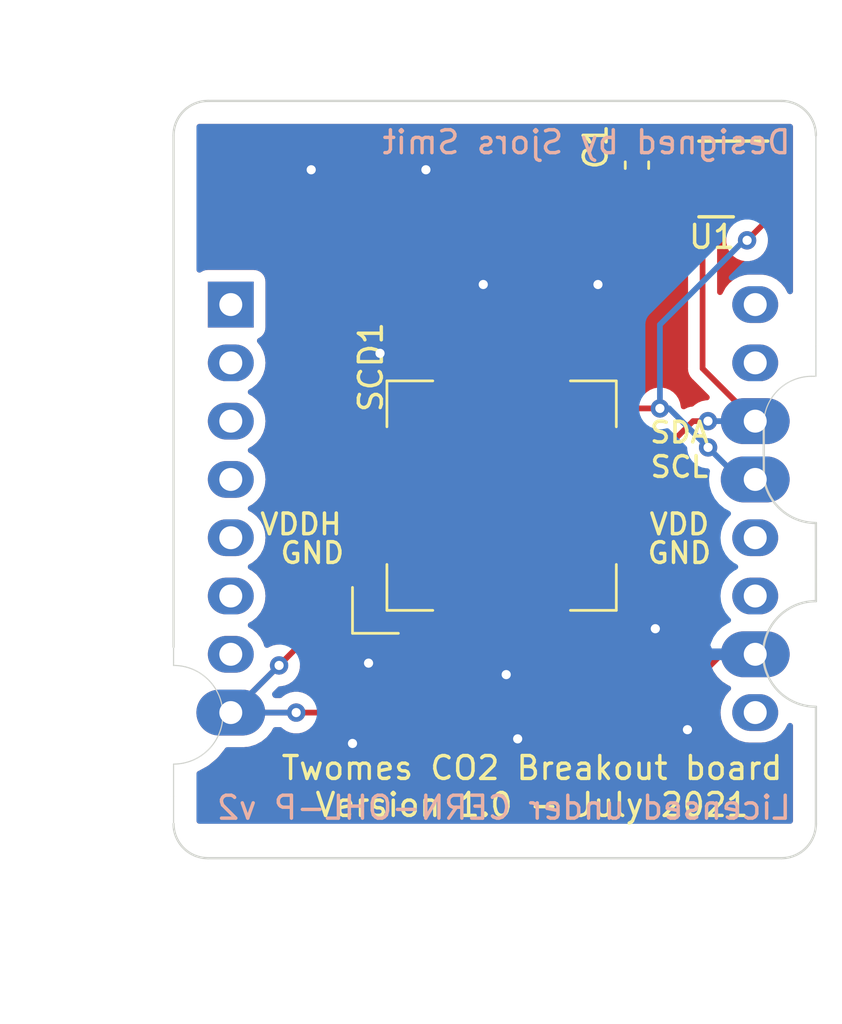
<source format=kicad_pcb>
(kicad_pcb (version 20171130) (host pcbnew "(5.1.7)-1")

  (general
    (thickness 1.6)
    (drawings 25)
    (tracks 71)
    (zones 0)
    (modules 4)
    (nets 19)
  )

  (page A4)
  (layers
    (0 F.Cu signal)
    (31 B.Cu signal)
    (32 B.Adhes user)
    (33 F.Adhes user)
    (34 B.Paste user)
    (35 F.Paste user)
    (36 B.SilkS user)
    (37 F.SilkS user)
    (38 B.Mask user)
    (39 F.Mask user)
    (40 Dwgs.User user)
    (41 Cmts.User user)
    (42 Eco1.User user)
    (43 Eco2.User user)
    (44 Edge.Cuts user)
    (45 Margin user)
    (46 B.CrtYd user)
    (47 F.CrtYd user)
    (48 B.Fab user)
    (49 F.Fab user)
  )

  (setup
    (last_trace_width 0.25)
    (trace_clearance 0.2)
    (zone_clearance 0.508)
    (zone_45_only no)
    (trace_min 0.2)
    (via_size 0.8)
    (via_drill 0.4)
    (via_min_size 0.4)
    (via_min_drill 0.3)
    (uvia_size 0.3)
    (uvia_drill 0.1)
    (uvias_allowed no)
    (uvia_min_size 0.2)
    (uvia_min_drill 0.1)
    (edge_width 0.05)
    (segment_width 0.2)
    (pcb_text_width 0.3)
    (pcb_text_size 1.5 1.5)
    (mod_edge_width 0.12)
    (mod_text_size 1 1)
    (mod_text_width 0.15)
    (pad_size 3 2)
    (pad_drill 1)
    (pad_to_mask_clearance 0)
    (aux_axis_origin 0 0)
    (visible_elements 7FFFFFFF)
    (pcbplotparams
      (layerselection 0x010fc_ffffffff)
      (usegerberextensions true)
      (usegerberattributes false)
      (usegerberadvancedattributes true)
      (creategerberjobfile false)
      (excludeedgelayer true)
      (linewidth 0.100000)
      (plotframeref false)
      (viasonmask false)
      (mode 1)
      (useauxorigin false)
      (hpglpennumber 1)
      (hpglpenspeed 20)
      (hpglpendiameter 15.000000)
      (psnegative false)
      (psa4output false)
      (plotreference true)
      (plotvalue false)
      (plotinvisibletext false)
      (padsonsilk false)
      (subtractmaskfromsilk true)
      (outputformat 1)
      (mirror false)
      (drillshape 0)
      (scaleselection 1)
      (outputdirectory "Output_Files/FABRICATION/GERBER/"))
  )

  (net 0 "")
  (net 1 GND)
  (net 2 +3V3)
  (net 3 /SCL)
  (net 4 /SDA)
  (net 5 "Net-(U2-Pad16)")
  (net 6 "Net-(U2-Pad15)")
  (net 7 "Net-(U2-Pad12)")
  (net 8 "Net-(U2-Pad11)")
  (net 9 "Net-(U2-Pad9)")
  (net 10 "Net-(U2-Pad7)")
  (net 11 "Net-(U2-Pad6)")
  (net 12 "Net-(U2-Pad5)")
  (net 13 "Net-(U2-Pad4)")
  (net 14 "Net-(U2-Pad3)")
  (net 15 "Net-(U2-Pad1)")
  (net 16 "Net-(U2-Pad2)")
  (net 17 "Net-(U1-Pad4)")
  (net 18 "Net-(U1-Pad3)")

  (net_class Default "This is the default net class."
    (clearance 0.2)
    (trace_width 0.25)
    (via_dia 0.8)
    (via_drill 0.4)
    (uvia_dia 0.3)
    (uvia_drill 0.1)
    (add_net +3V3)
    (add_net /SCL)
    (add_net /SDA)
    (add_net GND)
    (add_net "Net-(U1-Pad3)")
    (add_net "Net-(U1-Pad4)")
    (add_net "Net-(U2-Pad1)")
    (add_net "Net-(U2-Pad11)")
    (add_net "Net-(U2-Pad12)")
    (add_net "Net-(U2-Pad15)")
    (add_net "Net-(U2-Pad16)")
    (add_net "Net-(U2-Pad2)")
    (add_net "Net-(U2-Pad3)")
    (add_net "Net-(U2-Pad4)")
    (add_net "Net-(U2-Pad5)")
    (add_net "Net-(U2-Pad6)")
    (add_net "Net-(U2-Pad7)")
    (add_net "Net-(U2-Pad9)")
  )

  (net_class si7051 ""
    (clearance 0.1)
    (trace_width 0.25)
    (via_dia 0.8)
    (via_drill 0.4)
    (uvia_dia 0.3)
    (uvia_drill 0.1)
  )

  (module Capacitor_SMD:C_0603_1608Metric_Pad1.08x0.95mm_HandSolder (layer F.Cu) (tedit 5F68FEEF) (tstamp 60E63E90)
    (at 107.2 88.8 90)
    (descr "Capacitor SMD 0603 (1608 Metric), square (rectangular) end terminal, IPC_7351 nominal with elongated pad for handsoldering. (Body size source: IPC-SM-782 page 76, https://www.pcb-3d.com/wordpress/wp-content/uploads/ipc-sm-782a_amendment_1_and_2.pdf), generated with kicad-footprint-generator")
    (tags "capacitor handsolder")
    (path /60E62657)
    (attr smd)
    (fp_text reference C1 (at 0.8 -1.8 90) (layer F.SilkS)
      (effects (font (size 1 1) (thickness 0.15)))
    )
    (fp_text value C (at 0 1.43 90) (layer F.Fab)
      (effects (font (size 1 1) (thickness 0.15)))
    )
    (fp_line (start -0.8 0.4) (end -0.8 -0.4) (layer F.Fab) (width 0.1))
    (fp_line (start -0.8 -0.4) (end 0.8 -0.4) (layer F.Fab) (width 0.1))
    (fp_line (start 0.8 -0.4) (end 0.8 0.4) (layer F.Fab) (width 0.1))
    (fp_line (start 0.8 0.4) (end -0.8 0.4) (layer F.Fab) (width 0.1))
    (fp_line (start -0.146267 -0.51) (end 0.146267 -0.51) (layer F.SilkS) (width 0.12))
    (fp_line (start -0.146267 0.51) (end 0.146267 0.51) (layer F.SilkS) (width 0.12))
    (fp_line (start -1.65 0.73) (end -1.65 -0.73) (layer F.CrtYd) (width 0.05))
    (fp_line (start -1.65 -0.73) (end 1.65 -0.73) (layer F.CrtYd) (width 0.05))
    (fp_line (start 1.65 -0.73) (end 1.65 0.73) (layer F.CrtYd) (width 0.05))
    (fp_line (start 1.65 0.73) (end -1.65 0.73) (layer F.CrtYd) (width 0.05))
    (fp_text user %R (at 0 0 90) (layer F.Fab)
      (effects (font (size 0.4 0.4) (thickness 0.06)))
    )
    (pad 2 smd roundrect (at 0.8625 0 90) (size 1.075 0.95) (layers F.Cu F.Paste F.Mask) (roundrect_rratio 0.25)
      (net 1 GND))
    (pad 1 smd roundrect (at -0.8625 0 90) (size 1.075 0.95) (layers F.Cu F.Paste F.Mask) (roundrect_rratio 0.25)
      (net 2 +3V3))
    (model ${KISYS3DMOD}/Capacitor_SMD.3dshapes/C_0603_1608Metric.wrl
      (at (xyz 0 0 0))
      (scale (xyz 1 1 1))
      (rotate (xyz 0 0 0))
    )
  )

  (module Package_DFN_QFN:DFN-6-1EP_3x3mm_P0.95mm_EP1.7x2.6mm (layer F.Cu) (tedit 5EA4BCC6) (tstamp 60E6673F)
    (at 111.4 89.4 180)
    (descr "DFN6 3*3 MM, 0.95 PITCH; CASE 506AH-01 (see ON Semiconductor 506AH.PDF)")
    (tags "DFN 0.95")
    (path /60E6356E)
    (clearance 0.15)
    (attr smd)
    (fp_text reference U1 (at 0.925 -2.525) (layer F.SilkS)
      (effects (font (size 1 1) (thickness 0.15)))
    )
    (fp_text value Si7051-A20 (at 0 2.575) (layer F.Fab)
      (effects (font (size 1 1) (thickness 0.15)))
    )
    (fp_line (start 0 -1.65) (end 1.5 -1.65) (layer F.SilkS) (width 0.15))
    (fp_line (start -1.5 1.65) (end 1.5 1.65) (layer F.SilkS) (width 0.15))
    (fp_line (start -1.9 1.85) (end 1.9 1.85) (layer F.CrtYd) (width 0.05))
    (fp_line (start -1.9 -1.85) (end 1.9 -1.85) (layer F.CrtYd) (width 0.05))
    (fp_line (start 1.9 -1.85) (end 1.9 1.85) (layer F.CrtYd) (width 0.05))
    (fp_line (start -1.9 -1.85) (end -1.9 1.85) (layer F.CrtYd) (width 0.05))
    (fp_line (start -1.5 -0.5) (end -0.5 -1.5) (layer F.Fab) (width 0.15))
    (fp_line (start -1.5 1.5) (end -1.5 -0.5) (layer F.Fab) (width 0.15))
    (fp_line (start 1.5 1.5) (end -1.5 1.5) (layer F.Fab) (width 0.15))
    (fp_line (start 1.5 -1.5) (end 1.5 1.5) (layer F.Fab) (width 0.15))
    (fp_line (start -0.5 -1.5) (end 1.5 -1.5) (layer F.Fab) (width 0.15))
    (fp_text user %R (at 0 0) (layer F.Fab)
      (effects (font (size 0.7 0.7) (thickness 0.105)))
    )
    (pad "" smd rect (at -0.425 -0.866 180) (size 0.66 0.73) (layers F.Paste))
    (pad "" smd rect (at 0.425 -0.866 180) (size 0.66 0.73) (layers F.Paste))
    (pad "" smd rect (at -0.425 0 180) (size 0.66 0.73) (layers F.Paste))
    (pad "" smd rect (at 0.425 0 180) (size 0.66 0.73) (layers F.Paste))
    (pad "" smd rect (at 0.425 0.866 180) (size 0.66 0.73) (layers F.Paste))
    (pad 7 smd rect (at 0 0 180) (size 1.7 2.6) (layers F.Cu F.Mask))
    (pad "" smd rect (at -0.425 0.866 180) (size 0.66 0.73) (layers F.Paste))
    (pad 6 smd rect (at 1.34 -0.95 180) (size 0.63 0.45) (layers F.Cu F.Paste F.Mask)
      (net 3 /SCL))
    (pad 5 smd rect (at 1.34 0 180) (size 0.63 0.45) (layers F.Cu F.Paste F.Mask)
      (net 2 +3V3))
    (pad 4 smd rect (at 1.34 0.95 180) (size 0.63 0.45) (layers F.Cu F.Paste F.Mask)
      (net 17 "Net-(U1-Pad4)"))
    (pad 3 smd rect (at -1.34 0.95 180) (size 0.63 0.45) (layers F.Cu F.Paste F.Mask)
      (net 18 "Net-(U1-Pad3)"))
    (pad 2 smd rect (at -1.34 0 180) (size 0.63 0.45) (layers F.Cu F.Paste F.Mask)
      (net 1 GND))
    (pad 1 smd rect (at -1.34 -0.95 180) (size 0.63 0.45) (layers F.Cu F.Paste F.Mask)
      (net 4 /SDA))
    (model ${KISYS3DMOD}/Package_DFN_QFN.3dshapes/DFN-6-1EP_3x3mm_P0.95mm_EP1.7x2.6mm.wrl
      (at (xyz 0 0 0))
      (scale (xyz 1 1 1))
      (rotate (xyz 0 0 0))
    )
  )

  (module Module:WEMOS_D1_mini_light (layer F.Cu) (tedit 60E5BFB8) (tstamp 60E5C2C3)
    (at 89.495001 94.875)
    (descr "16-pin module, column spacing 22.86 mm (900 mils), https://wiki.wemos.cc/products:d1:d1_mini, https://c1.staticflickr.com/1/734/31400410271_f278b087db_z.jpg")
    (tags "ESP8266 WiFi microcontroller")
    (path /60E69B74)
    (fp_text reference U2 (at 23.004999 23.375) (layer F.SilkS) hide
      (effects (font (size 1 1) (thickness 0.15)))
    )
    (fp_text value WeMos_D1_mini (at 11.7 0) (layer F.Fab)
      (effects (font (size 1 1) (thickness 0.15)))
    )
    (fp_line (start -0.37 0) (end -1.37 -1) (layer F.Fab) (width 0.1))
    (fp_line (start -1.37 1) (end -0.37 0) (layer F.Fab) (width 0.1))
    (fp_line (start -1.37 -6.21) (end -1.37 -1) (layer F.Fab) (width 0.1))
    (fp_line (start 1.17 19.09) (end 1.17 25.99) (layer F.Fab) (width 0.1))
    (fp_line (start -1.37 19.09) (end 1.17 19.09) (layer F.Fab) (width 0.1))
    (fp_line (start -1.62 26.24) (end -1.62 -8.46) (layer F.CrtYd) (width 0.05))
    (fp_line (start 24.48 26.24) (end -1.62 26.24) (layer F.CrtYd) (width 0.05))
    (fp_line (start 24.48 -8.41) (end 24.48 26.24) (layer F.CrtYd) (width 0.05))
    (fp_line (start -1.62 -8.46) (end 24.48 -8.46) (layer F.CrtYd) (width 0.05))
    (fp_line (start -1.37 1) (end -1.37 19.09) (layer F.Fab) (width 0.1))
    (fp_line (start 22.23 -8.21) (end 0.63 -8.21) (layer F.Fab) (width 0.1))
    (fp_line (start 24.23 25.99) (end 24.23 -6.21) (layer F.Fab) (width 0.1))
    (fp_line (start 1.17 25.99) (end 24.23 25.99) (layer F.Fab) (width 0.1))
    (fp_arc (start 22.23 -6.21) (end 24.23 -6.19) (angle -90) (layer F.Fab) (width 0.1))
    (fp_arc (start 0.63 -6.21) (end 0.63 -8.21) (angle -90) (layer F.Fab) (width 0.1))
    (fp_text user %R (at 11.43 10) (layer F.Fab)
      (effects (font (size 1 1) (thickness 0.15)))
    )
    (pad 16 thru_hole oval (at 22.86 0) (size 2 1.6) (drill 1) (layers *.Cu *.Mask)
      (net 5 "Net-(U2-Pad16)"))
    (pad 15 thru_hole oval (at 22.86 2.54) (size 2 1.6) (drill 1) (layers *.Cu *.Mask)
      (net 6 "Net-(U2-Pad15)"))
    (pad 14 thru_hole oval (at 22.86 5.08) (size 3 2) (drill 1) (layers *.Cu *.Mask)
      (net 3 /SCL))
    (pad 13 thru_hole oval (at 22.86 7.62) (size 3 2) (drill 1) (layers *.Cu *.Mask)
      (net 4 /SDA))
    (pad 12 thru_hole oval (at 22.86 10.16) (size 2 1.6) (drill 1) (layers *.Cu *.Mask)
      (net 7 "Net-(U2-Pad12)"))
    (pad 11 thru_hole oval (at 22.86 12.7) (size 2 1.6) (drill 1) (layers *.Cu *.Mask)
      (net 8 "Net-(U2-Pad11)"))
    (pad 10 thru_hole oval (at 22.86 15.24) (size 3 2) (drill 1) (layers *.Cu *.Mask)
      (net 1 GND))
    (pad 9 thru_hole oval (at 22.86 17.78) (size 2 1.6) (drill 1) (layers *.Cu *.Mask)
      (net 9 "Net-(U2-Pad9)"))
    (pad 8 thru_hole oval (at 0 17.78) (size 3 2) (drill 1) (layers *.Cu *.Mask)
      (net 2 +3V3))
    (pad 7 thru_hole oval (at 0 15.24) (size 2 1.6) (drill 1) (layers *.Cu *.Mask)
      (net 10 "Net-(U2-Pad7)"))
    (pad 6 thru_hole oval (at 0 12.7) (size 2 1.6) (drill 1) (layers *.Cu *.Mask)
      (net 11 "Net-(U2-Pad6)"))
    (pad 5 thru_hole oval (at 0 10.16) (size 2 1.6) (drill 1) (layers *.Cu *.Mask)
      (net 12 "Net-(U2-Pad5)"))
    (pad 4 thru_hole oval (at 0 7.62) (size 2 1.6) (drill 1) (layers *.Cu *.Mask)
      (net 13 "Net-(U2-Pad4)"))
    (pad 3 thru_hole oval (at 0 5.08) (size 2 1.6) (drill 1) (layers *.Cu *.Mask)
      (net 14 "Net-(U2-Pad3)"))
    (pad 1 thru_hole rect (at 0 0) (size 2 2) (drill 1) (layers *.Cu *.Mask)
      (net 15 "Net-(U2-Pad1)"))
    (pad 2 thru_hole oval (at 0 2.54) (size 2 1.6) (drill 1) (layers *.Cu *.Mask)
      (net 16 "Net-(U2-Pad2)"))
    (model ${KISYS3DMOD}/Module.3dshapes/WEMOS_D1_mini_light.wrl
      (at (xyz 0 0 0))
      (scale (xyz 1 1 1))
      (rotate (xyz 0 0 0))
    )
    (model ${KISYS3DMOD}/Connector_PinHeader_2.54mm.3dshapes/PinHeader_1x08_P2.54mm_Vertical.wrl
      (offset (xyz 0 0 9.5))
      (scale (xyz 1 1 1))
      (rotate (xyz 0 -180 0))
    )
    (model ${KISYS3DMOD}/Connector_PinHeader_2.54mm.3dshapes/PinHeader_1x08_P2.54mm_Vertical.wrl
      (offset (xyz 22.86 0 9.5))
      (scale (xyz 1 1 1))
      (rotate (xyz 0 -180 0))
    )
    (model ${KISYS3DMOD}/Connector_PinSocket_2.54mm.3dshapes/PinSocket_1x08_P2.54mm_Vertical.wrl
      (at (xyz 0 0 0))
      (scale (xyz 1 1 1))
      (rotate (xyz 0 0 0))
    )
    (model ${KISYS3DMOD}/Connector_PinSocket_2.54mm.3dshapes/PinSocket_1x08_P2.54mm_Vertical.wrl
      (offset (xyz 22.86 0 0))
      (scale (xyz 1 1 1))
      (rotate (xyz 0 0 0))
    )
  )

  (module TwomesSensor_KiCad:SCD41_LongPads (layer F.Cu) (tedit 60E567F7) (tstamp 60E66431)
    (at 98.8 107.2 90)
    (path /60E8A08E)
    (fp_text reference SCD1 (at 9.6 -3.2 90) (layer F.SilkS)
      (effects (font (size 1 1) (thickness 0.15)))
    )
    (fp_text value SCD41 (at -16.5 5.8 90) (layer F.Fab)
      (effects (font (size 1 1) (thickness 0.15)))
    )
    (fp_line (start -1 -2.5) (end 1 -2.5) (layer F.SilkS) (width 0.12))
    (fp_line (start 9 -2.5) (end 7 -2.5) (layer F.SilkS) (width 0.12))
    (fp_line (start -1 7.5) (end 1 7.5) (layer F.SilkS) (width 0.12))
    (fp_line (start 9 7.5) (end 7 7.5) (layer F.SilkS) (width 0.12))
    (fp_line (start 9 7.5) (end 9 5.5) (layer F.SilkS) (width 0.12))
    (fp_line (start 9 -2.5) (end 9 -0.5) (layer F.SilkS) (width 0.12))
    (fp_line (start -1 -2.5) (end -1 -0.5) (layer F.SilkS) (width 0.12))
    (fp_line (start -1 7.5) (end -1 5.5) (layer F.SilkS) (width 0.12))
    (fp_line (start 0 -4) (end -2 -4) (layer F.SilkS) (width 0.12))
    (fp_line (start -2 -4) (end -2 -2) (layer F.SilkS) (width 0.12))
    (fp_text user VDDH (at 2.75 -6.25) (layer F.SilkS)
      (effects (font (size 0.9 0.9) (thickness 0.153)))
    )
    (fp_text user GND (at 1.5 -5.75) (layer F.SilkS)
      (effects (font (size 0.9 0.9) (thickness 0.153)))
    )
    (fp_text user SDA (at 6.75 10.25) (layer F.SilkS)
      (effects (font (size 0.9 0.9) (thickness 0.153)))
    )
    (fp_text user SCL (at 5.25 10.25) (layer F.SilkS)
      (effects (font (size 0.9 0.9) (thickness 0.153)))
    )
    (fp_text user VDD (at 2.75 10.25) (layer F.SilkS)
      (effects (font (size 0.9 0.9) (thickness 0.153)))
    )
    (fp_text user GND (at 1.5 10.25) (layer F.SilkS)
      (effects (font (size 0.9 0.9) (thickness 0.153)))
    )
    (pad 21 smd rect (at 2.65 3.85 180) (size 2.4 2.4) (layers F.Cu F.Paste F.Mask)
      (net 1 GND))
    (pad 21 smd rect (at 5.35 3.85 180) (size 2.4 2.4) (layers F.Cu F.Paste F.Mask)
      (net 1 GND))
    (pad 21 smd rect (at 5.35 1.15 180) (size 2.4 2.4) (layers F.Cu F.Paste F.Mask)
      (net 1 GND))
    (pad 1 smd rect (at -0.7 0 90) (size 3 0.8) (layers F.Cu F.Paste F.Mask))
    (pad 2 smd rect (at -0.7 1.25 90) (size 3 0.8) (layers F.Cu F.Paste F.Mask))
    (pad 3 smd rect (at -0.7 2.5 90) (size 3 0.8) (layers F.Cu F.Paste F.Mask))
    (pad 4 smd rect (at -0.7 3.75 90) (size 3 0.8) (layers F.Cu F.Paste F.Mask))
    (pad 5 smd rect (at -0.7 5 90) (size 3 0.8) (layers F.Cu F.Paste F.Mask))
    (pad 11 smd rect (at 8.7 5 90) (size 3 0.8) (layers F.Cu F.Paste F.Mask))
    (pad 16 smd rect (at 6.5 -2.2 180) (size 3 0.8) (layers F.Cu F.Paste F.Mask))
    (pad 6 smd rect (at 1.5 7.2 180) (size 3 0.8) (layers F.Cu F.Paste F.Mask)
      (net 1 GND))
    (pad 7 smd rect (at 2.75 7.2 180) (size 3 0.8) (layers F.Cu F.Paste F.Mask)
      (net 2 +3V3))
    (pad 8 smd rect (at 4 7.2 180) (size 3 0.8) (layers F.Cu F.Paste F.Mask))
    (pad 9 smd rect (at 5.25 7.2 180) (size 3 0.8) (layers F.Cu F.Paste F.Mask)
      (net 3 /SCL))
    (pad 10 smd rect (at 6.5 7.2 180) (size 3 0.8) (layers F.Cu F.Paste F.Mask)
      (net 4 /SDA))
    (pad 12 smd rect (at 8.7 3.75 90) (size 3 0.8) (layers F.Cu F.Paste F.Mask))
    (pad 13 smd rect (at 8.7 2.5 90) (size 3 0.8) (layers F.Cu F.Paste F.Mask))
    (pad 14 smd rect (at 8.7 1.25 90) (size 3 0.8) (layers F.Cu F.Paste F.Mask))
    (pad 15 smd rect (at 8.7 0 90) (size 3 0.8) (layers F.Cu F.Paste F.Mask))
    (pad 17 smd rect (at 5.25 -2.2 180) (size 3 0.8) (layers F.Cu F.Paste F.Mask))
    (pad 18 smd rect (at 4 -2.2 180) (size 3 0.8) (layers F.Cu F.Paste F.Mask))
    (pad 19 smd rect (at 2.75 -2.2 180) (size 3 0.8) (layers F.Cu F.Paste F.Mask)
      (net 2 +3V3))
    (pad 20 smd rect (at 1.5 -2.2 180) (size 3 0.8) (layers F.Cu F.Paste F.Mask)
      (net 1 GND))
    (pad 21 smd rect (at 2.65 1.15 180) (size 2.4 2.4) (layers F.Cu F.Paste F.Mask)
      (net 1 GND))
  )

  (dimension 33 (width 0.15) (layer Dwgs.User)
    (gr_text "33.000 mm" (at 83.1 102.5 270) (layer Dwgs.User)
      (effects (font (size 1 1) (thickness 0.15)))
    )
    (feature1 (pts (xy 88.086299 119) (xy 83.813579 119)))
    (feature2 (pts (xy 88.086299 86) (xy 83.813579 86)))
    (crossbar (pts (xy 84.4 86) (xy 84.4 119)))
    (arrow1a (pts (xy 84.4 119) (xy 83.813579 117.873496)))
    (arrow1b (pts (xy 84.4 119) (xy 84.986421 117.873496)))
    (arrow2a (pts (xy 84.4 86) (xy 83.813579 87.126504)))
    (arrow2b (pts (xy 84.4 86) (xy 84.986421 87.126504)))
  )
  (dimension 28 (width 0.15) (layer Dwgs.User)
    (gr_text "28.000 mm" (at 101 82.3) (layer Dwgs.User)
      (effects (font (size 1 1) (thickness 0.15)))
    )
    (feature1 (pts (xy 87 87.5) (xy 87 83.013579)))
    (feature2 (pts (xy 115 87.5) (xy 115 83.013579)))
    (crossbar (pts (xy 115 83.6) (xy 87 83.6)))
    (arrow1a (pts (xy 87 83.6) (xy 88.126504 83.013579)))
    (arrow1b (pts (xy 87 83.6) (xy 88.126504 84.186421)))
    (arrow2a (pts (xy 115 83.6) (xy 113.873496 83.013579)))
    (arrow2b (pts (xy 115 83.6) (xy 113.873496 84.186421)))
  )
  (gr_line (start 87 116.300096) (end 87 114.9) (layer Edge.Cuts) (width 0.05))
  (gr_line (start 87 109.800096) (end 87 110.6) (layer Edge.Cuts) (width 0.05))
  (gr_line (start 115 112.4) (end 115 117.5) (layer Edge.Cuts) (width 0.1) (tstamp 60E63698))
  (gr_line (start 114.9988 104.390847) (end 115 107.8) (layer Edge.Cuts) (width 0.1))
  (gr_line (start 112.725 100.125) (end 112.73 102.42) (layer Edge.Cuts) (width 0.1))
  (gr_arc (start 115 102.098143) (end 112.73 102.42) (angle -81.9) (layer Edge.Cuts) (width 0.1) (tstamp 60E6365C))
  (gr_line (start 115 98) (end 114.8 98) (layer Edge.Cuts) (width 0.05) (tstamp 60E6367D))
  (gr_line (start 115 98) (end 115 96.675) (layer Edge.Cuts) (width 0.05) (tstamp 60E6367C))
  (gr_arc (start 114.825 100.1) (end 114.8 98) (angle -90) (layer Edge.Cuts) (width 0.05) (tstamp 60E6365C))
  (gr_text "Licensed under CERN-OHL-P v2" (at 101.4 116.8) (layer B.SilkS)
    (effects (font (size 1 1) (thickness 0.15)) (justify mirror))
  )
  (gr_text "Designed by Sjors Smit" (at 105 87.8) (layer B.SilkS)
    (effects (font (size 1 1) (thickness 0.15)) (justify mirror))
  )
  (gr_text "Twomes CO2 Breakout board\nVersion 1.0 - July 2021" (at 102.625 115.875) (layer F.SilkS)
    (effects (font (size 1 1) (thickness 0.15)))
  )
  (gr_line (start 87 117.5) (end 87 116.300096) (layer Edge.Cuts) (width 0.05) (tstamp 60E632A3))
  (gr_arc (start 87 112.75) (end 87 110.6) (angle 180) (layer Edge.Cuts) (width 0.05) (tstamp 60E6329A))
  (gr_line (start 115 96.675) (end 115 87.5) (layer Edge.Cuts) (width 0.05) (tstamp 60E6310D))
  (gr_arc (start 115 110.1) (end 115 107.8) (angle -180) (layer Edge.Cuts) (width 0.1))
  (gr_arc (start 113.5 117.5) (end 113.5 119) (angle -90) (layer Edge.Cuts) (width 0.1))
  (gr_arc (start 88.5 117.5) (end 87 117.5) (angle -90) (layer Edge.Cuts) (width 0.1))
  (gr_arc (start 88.5 87.5) (end 88.5 86) (angle -90) (layer Edge.Cuts) (width 0.1))
  (gr_arc (start 113.5 87.5) (end 115 87.5) (angle -90) (layer Edge.Cuts) (width 0.1))
  (gr_line (start 88.5 86) (end 113.5 86) (layer Edge.Cuts) (width 0.1))
  (gr_line (start 87 109.800096) (end 87 87.5) (layer Edge.Cuts) (width 0.1))
  (gr_line (start 113.5 119) (end 88.5 119) (layer Edge.Cuts) (width 0.1))

  (segment (start 104.2 105.7) (end 103.05 104.55) (width 0.25) (layer F.Cu) (net 1))
  (segment (start 106.4 105.7) (end 104.2 105.7) (width 0.25) (layer F.Cu) (net 1))
  (segment (start 99.2 105.7) (end 97 105.7) (width 0.25) (layer F.Cu) (net 1))
  (segment (start 100.35 104.55) (end 99.2 105.7) (width 0.25) (layer F.Cu) (net 1))
  (via (at 93 89) (size 0.8) (drill 0.4) (layers F.Cu B.Cu) (net 1) (tstamp 60E5CF9A))
  (via (at 98 89) (size 0.8) (drill 0.4) (layers F.Cu B.Cu) (net 1) (tstamp 60E5CF9C))
  (via (at 100.5 94) (size 0.8) (drill 0.4) (layers F.Cu B.Cu) (net 1) (tstamp 60E5CFA4))
  (via (at 105.5 94) (size 0.8) (drill 0.4) (layers F.Cu B.Cu) (net 1) (tstamp 60E5CFA6))
  (via (at 108 109) (size 0.8) (drill 0.4) (layers F.Cu B.Cu) (net 1) (tstamp 60E5CFBC))
  (via (at 101.5 111) (size 0.8) (drill 0.4) (layers F.Cu B.Cu) (net 1) (tstamp 60E5CFC0))
  (via (at 95.5 110.5) (size 0.8) (drill 0.4) (layers F.Cu B.Cu) (net 1) (tstamp 60E5CFC2))
  (via (at 96 97) (size 0.8) (drill 0.4) (layers F.Cu B.Cu) (net 1))
  (via (at 109.4 113.4) (size 0.8) (drill 0.4) (layers F.Cu B.Cu) (net 1))
  (via (at 102 113.8) (size 0.8) (drill 0.4) (layers F.Cu B.Cu) (net 1))
  (via (at 94.8 114) (size 0.8) (drill 0.4) (layers F.Cu B.Cu) (net 1))
  (segment (start 112.74 89.4) (end 113.4 89.4) (width 0.25) (layer F.Cu) (net 1))
  (segment (start 112.322517 110.115) (end 112.322574 110.113642) (width 0.25) (layer F.Cu) (net 1))
  (segment (start 110.885 110.115) (end 112.322517 110.115) (width 0.25) (layer F.Cu) (net 1))
  (segment (start 110.2 110.8) (end 110.885 110.115) (width 0.25) (layer F.Cu) (net 1))
  (segment (start 110.2 112.2) (end 110.2 110.8) (width 0.25) (layer F.Cu) (net 1))
  (segment (start 109.4 113) (end 110.2 112.2) (width 0.25) (layer F.Cu) (net 1))
  (segment (start 109.4 113.4) (end 109.4 113) (width 0.25) (layer F.Cu) (net 1))
  (segment (start 93.2 107.2) (end 93.2 106.2) (width 0.25) (layer F.Cu) (net 2))
  (segment (start 94.95 104.45) (end 97 104.45) (width 0.25) (layer F.Cu) (net 2))
  (segment (start 93.2 106.2) (end 94.95 104.45) (width 0.25) (layer F.Cu) (net 2))
  (segment (start 107.745 112.655) (end 109.6 110.8) (width 0.25) (layer F.Cu) (net 2))
  (segment (start 108.15 104.45) (end 106.4 104.45) (width 0.25) (layer F.Cu) (net 2))
  (segment (start 109.6 105.9) (end 108.15 104.45) (width 0.25) (layer F.Cu) (net 2))
  (segment (start 109.6 110.8) (end 109.6 105.9) (width 0.25) (layer F.Cu) (net 2))
  (segment (start 89.601089 112.59891) (end 89.599516 112.586459) (width 0.25) (layer F.Cu) (net 2))
  (segment (start 93.2 109) (end 91.599999 110.599999) (width 0.25) (layer F.Cu) (net 2))
  (segment (start 93.2 107.2) (end 93.2 109) (width 0.25) (layer F.Cu) (net 2))
  (segment (start 89.600687 112.655) (end 89.599947 112.646187) (width 0.25) (layer F.Cu) (net 2))
  (segment (start 107.745 112.655) (end 92.345 112.655) (width 0.25) (layer F.Cu) (net 2))
  (segment (start 110.06 89.4) (end 109.495 89.4) (width 0.25) (layer F.Cu) (net 2))
  (segment (start 109.495 89.4) (end 100 89.4) (width 0.25) (layer F.Cu) (net 2))
  (segment (start 93.2 96.2) (end 93.6 95.8) (width 0.25) (layer F.Cu) (net 2))
  (segment (start 93.2 106.2) (end 93.2 96.2) (width 0.25) (layer F.Cu) (net 2))
  (segment (start 93.6 95.8) (end 93.4 96) (width 0.25) (layer F.Cu) (net 2))
  (segment (start 100 89.4) (end 93.6 95.8) (width 0.25) (layer F.Cu) (net 2))
  (segment (start 107.4625 89.4) (end 107.2 89.6625) (width 0.25) (layer F.Cu) (net 2))
  (segment (start 110.06 89.4) (end 107.4625 89.4) (width 0.25) (layer F.Cu) (net 2))
  (segment (start 92.345 112.655) (end 89.600687 112.655) (width 0.25) (layer F.Cu) (net 2) (tstamp 618EAAC9))
  (via (at 92.345 112.655) (size 0.8) (drill 0.4) (layers F.Cu B.Cu) (net 2))
  (segment (start 91.599999 110.599999) (end 89.601089 112.59891) (width 0.25) (layer F.Cu) (net 2) (tstamp 618EAACB))
  (via (at 91.599999 110.599999) (size 0.8) (drill 0.4) (layers F.Cu B.Cu) (net 2))
  (segment (start 89.544998 112.655) (end 91.599999 110.599999) (width 0.25) (layer B.Cu) (net 2))
  (segment (start 92.345 112.655) (end 89.544998 112.655) (width 0.25) (layer B.Cu) (net 2))
  (segment (start 110.06 97.659999) (end 112.355001 99.955) (width 0.25) (layer F.Cu) (net 3))
  (segment (start 110.06 90.35) (end 110.06 97.659999) (width 0.25) (layer F.Cu) (net 3))
  (segment (start 106 101.95) (end 107.65 101.95) (width 0.25) (layer F.Cu) (net 3))
  (segment (start 109.645 99.955) (end 110.295 99.955) (width 0.25) (layer F.Cu) (net 3))
  (segment (start 107.65 101.95) (end 109.645 99.955) (width 0.25) (layer F.Cu) (net 3))
  (via (at 110.295 99.955) (size 0.8) (drill 0.4) (layers F.Cu B.Cu) (net 3))
  (segment (start 110.295 99.955) (end 112.355001 99.955) (width 0.25) (layer B.Cu) (net 3))
  (segment (start 108.6 99.4) (end 108.2 99.4) (width 0.25) (layer B.Cu) (net 4))
  (segment (start 108.2 99.4) (end 108.2 99.4) (width 0.25) (layer B.Cu) (net 4) (tstamp 60E5CC0D))
  (via (at 108.2 99.4) (size 0.8) (drill 0.4) (layers F.Cu B.Cu) (net 4))
  (segment (start 106.2 100.5) (end 106.4 100.7) (width 0.25) (layer F.Cu) (net 4))
  (segment (start 108.2 99.4) (end 106.6 99.4) (width 0.25) (layer F.Cu) (net 4))
  (segment (start 106 100) (end 106 100.7) (width 0.25) (layer F.Cu) (net 4))
  (segment (start 106.6 99.4) (end 106 100) (width 0.25) (layer F.Cu) (net 4))
  (via (at 112 92.075) (size 0.8) (drill 0.4) (layers F.Cu B.Cu) (net 4))
  (segment (start 108.2 95.75) (end 108.2 99.4) (width 0.25) (layer B.Cu) (net 4))
  (segment (start 111.875 92.075) (end 108.2 95.75) (width 0.25) (layer B.Cu) (net 4))
  (segment (start 112.74 91.335) (end 112.74 90.35) (width 0.25) (layer F.Cu) (net 4))
  (segment (start 112 92.075) (end 112.74 91.335) (width 0.25) (layer F.Cu) (net 4))
  (segment (start 110.3 101.1) (end 108.6 99.4) (width 0.25) (layer B.Cu) (net 4) (tstamp 60E64462))
  (via (at 110.3 101.1) (size 0.8) (drill 0.4) (layers F.Cu B.Cu) (net 4))
  (segment (start 111.695 102.495) (end 112.355001 102.495) (width 0.25) (layer B.Cu) (net 4))
  (segment (start 110.3 101.1) (end 111.695 102.495) (width 0.25) (layer B.Cu) (net 4))

  (zone (net 1) (net_name GND) (layer B.Cu) (tstamp 60E641EF) (hatch edge 0.508)
    (connect_pads (clearance 0.508))
    (min_thickness 0.254)
    (fill yes (arc_segments 32) (thermal_gap 0.508) (thermal_bridge_width 0.508))
    (polygon
      (pts
        (xy 114 117.5) (xy 88 117.5) (xy 88 87) (xy 114 87)
      )
    )
    (filled_polygon
      (pts
        (xy 113.873 94.296657) (xy 113.753933 94.073899) (xy 113.574609 93.855392) (xy 113.356102 93.676068) (xy 113.106809 93.542818)
        (xy 112.83631 93.460764) (xy 112.625493 93.44) (xy 112.084509 93.44) (xy 111.873692 93.460764) (xy 111.603193 93.542818)
        (xy 111.3539 93.676068) (xy 111.32509 93.699712) (xy 111.914802 93.11) (xy 112.101939 93.11) (xy 112.301898 93.070226)
        (xy 112.490256 92.992205) (xy 112.659774 92.878937) (xy 112.803937 92.734774) (xy 112.917205 92.565256) (xy 112.995226 92.376898)
        (xy 113.035 92.176939) (xy 113.035 91.973061) (xy 112.995226 91.773102) (xy 112.917205 91.584744) (xy 112.803937 91.415226)
        (xy 112.659774 91.271063) (xy 112.490256 91.157795) (xy 112.301898 91.079774) (xy 112.101939 91.04) (xy 111.898061 91.04)
        (xy 111.698102 91.079774) (xy 111.509744 91.157795) (xy 111.340226 91.271063) (xy 111.196063 91.415226) (xy 111.082795 91.584744)
        (xy 111.004774 91.773102) (xy 110.980609 91.894589) (xy 107.689003 95.186196) (xy 107.659999 95.209999) (xy 107.604871 95.277174)
        (xy 107.565026 95.325724) (xy 107.510995 95.426808) (xy 107.494454 95.457754) (xy 107.450997 95.601015) (xy 107.44 95.712668)
        (xy 107.44 95.712678) (xy 107.436324 95.75) (xy 107.44 95.787323) (xy 107.440001 98.696288) (xy 107.396063 98.740226)
        (xy 107.282795 98.909744) (xy 107.204774 99.098102) (xy 107.165 99.298061) (xy 107.165 99.501939) (xy 107.204774 99.701898)
        (xy 107.282795 99.890256) (xy 107.396063 100.059774) (xy 107.540226 100.203937) (xy 107.709744 100.317205) (xy 107.898102 100.395226)
        (xy 108.098061 100.435) (xy 108.301939 100.435) (xy 108.501898 100.395226) (xy 108.514998 100.3898) (xy 109.265 101.139802)
        (xy 109.265 101.201939) (xy 109.304774 101.401898) (xy 109.382795 101.590256) (xy 109.496063 101.759774) (xy 109.640226 101.903937)
        (xy 109.809744 102.017205) (xy 109.998102 102.095226) (xy 110.198061 102.135) (xy 110.255635 102.135) (xy 110.243658 102.174484)
        (xy 110.21209 102.495) (xy 110.243658 102.815516) (xy 110.337149 103.123715) (xy 110.48897 103.407752) (xy 110.693287 103.656714)
        (xy 110.942249 103.861031) (xy 111.173117 103.984433) (xy 111.135393 104.015392) (xy 110.956069 104.233899) (xy 110.822819 104.483192)
        (xy 110.740765 104.753691) (xy 110.713058 105.035) (xy 110.740765 105.316309) (xy 110.822819 105.586808) (xy 110.956069 105.836101)
        (xy 111.135393 106.054608) (xy 111.3539 106.233932) (xy 111.486859 106.305) (xy 111.3539 106.376068) (xy 111.135393 106.555392)
        (xy 110.956069 106.773899) (xy 110.822819 107.023192) (xy 110.740765 107.293691) (xy 110.713058 107.575) (xy 110.740765 107.856309)
        (xy 110.822819 108.126808) (xy 110.956069 108.376101) (xy 111.135393 108.594608) (xy 111.176118 108.628031) (xy 111.111981 108.653058)
        (xy 110.841047 108.826105) (xy 110.609079 109.048683) (xy 110.424991 109.312239) (xy 110.295857 109.606645) (xy 110.264877 109.734566)
        (xy 110.384224 109.988) (xy 112.023879 109.988) (xy 112.017875 110.053974) (xy 112.018309 110.116058) (xy 112.017875 110.178141)
        (xy 112.018809 110.187659) (xy 112.02452 110.242) (xy 110.384224 110.242) (xy 110.264877 110.495434) (xy 110.295857 110.623355)
        (xy 110.424991 110.917761) (xy 110.609079 111.181317) (xy 110.841047 111.403895) (xy 111.111981 111.576942) (xy 111.176118 111.601969)
        (xy 111.135393 111.635392) (xy 110.956069 111.853899) (xy 110.822819 112.103192) (xy 110.740765 112.373691) (xy 110.713058 112.655)
        (xy 110.740765 112.936309) (xy 110.822819 113.206808) (xy 110.956069 113.456101) (xy 111.135393 113.674608) (xy 111.3539 113.853932)
        (xy 111.603193 113.987182) (xy 111.873692 114.069236) (xy 112.084509 114.09) (xy 112.625493 114.09) (xy 112.83631 114.069236)
        (xy 113.106809 113.987182) (xy 113.356102 113.853932) (xy 113.574609 113.674608) (xy 113.753933 113.456101) (xy 113.873 113.233343)
        (xy 113.873 117.373) (xy 88.127 117.373) (xy 88.127 115.32118) (xy 88.156826 115.308887) (xy 88.164932 115.304503)
        (xy 88.532637 115.102356) (xy 88.582 115.068557) (xy 88.631819 115.035457) (xy 88.638919 115.029583) (xy 88.960356 114.759865)
        (xy 89.0022 114.717135) (xy 89.044655 114.674976) (xy 89.050479 114.667835) (xy 89.313406 114.34082) (xy 89.346166 114.290757)
        (xy 89.346677 114.29) (xy 90.075323 114.29) (xy 90.315517 114.266343) (xy 90.623716 114.172852) (xy 90.907753 114.021031)
        (xy 91.156715 113.816714) (xy 91.361032 113.567752) (xy 91.44268 113.415) (xy 91.641289 113.415) (xy 91.685226 113.458937)
        (xy 91.854744 113.572205) (xy 92.043102 113.650226) (xy 92.243061 113.69) (xy 92.446939 113.69) (xy 92.646898 113.650226)
        (xy 92.835256 113.572205) (xy 93.004774 113.458937) (xy 93.148937 113.314774) (xy 93.262205 113.145256) (xy 93.340226 112.956898)
        (xy 93.38 112.756939) (xy 93.38 112.553061) (xy 93.340226 112.353102) (xy 93.262205 112.164744) (xy 93.148937 111.995226)
        (xy 93.004774 111.851063) (xy 92.835256 111.737795) (xy 92.646898 111.659774) (xy 92.446939 111.62) (xy 92.243061 111.62)
        (xy 92.043102 111.659774) (xy 91.854744 111.737795) (xy 91.685226 111.851063) (xy 91.641289 111.895) (xy 91.44268 111.895)
        (xy 91.420777 111.854023) (xy 91.639801 111.634999) (xy 91.701938 111.634999) (xy 91.901897 111.595225) (xy 92.090255 111.517204)
        (xy 92.259773 111.403936) (xy 92.403936 111.259773) (xy 92.517204 111.090255) (xy 92.595225 110.901897) (xy 92.634999 110.701938)
        (xy 92.634999 110.49806) (xy 92.595225 110.298101) (xy 92.517204 110.109743) (xy 92.403936 109.940225) (xy 92.259773 109.796062)
        (xy 92.090255 109.682794) (xy 91.901897 109.604773) (xy 91.701938 109.564999) (xy 91.49806 109.564999) (xy 91.298101 109.604773)
        (xy 91.109743 109.682794) (xy 91.071263 109.708506) (xy 91.027183 109.563192) (xy 90.893933 109.313899) (xy 90.714609 109.095392)
        (xy 90.496102 108.916068) (xy 90.363143 108.845) (xy 90.496102 108.773932) (xy 90.714609 108.594608) (xy 90.893933 108.376101)
        (xy 91.027183 108.126808) (xy 91.109237 107.856309) (xy 91.136944 107.575) (xy 91.109237 107.293691) (xy 91.027183 107.023192)
        (xy 90.893933 106.773899) (xy 90.714609 106.555392) (xy 90.496102 106.376068) (xy 90.363143 106.305) (xy 90.496102 106.233932)
        (xy 90.714609 106.054608) (xy 90.893933 105.836101) (xy 91.027183 105.586808) (xy 91.109237 105.316309) (xy 91.136944 105.035)
        (xy 91.109237 104.753691) (xy 91.027183 104.483192) (xy 90.893933 104.233899) (xy 90.714609 104.015392) (xy 90.496102 103.836068)
        (xy 90.363143 103.765) (xy 90.496102 103.693932) (xy 90.714609 103.514608) (xy 90.893933 103.296101) (xy 91.027183 103.046808)
        (xy 91.109237 102.776309) (xy 91.136944 102.495) (xy 91.109237 102.213691) (xy 91.027183 101.943192) (xy 90.893933 101.693899)
        (xy 90.714609 101.475392) (xy 90.496102 101.296068) (xy 90.363143 101.225) (xy 90.496102 101.153932) (xy 90.714609 100.974608)
        (xy 90.893933 100.756101) (xy 91.027183 100.506808) (xy 91.109237 100.236309) (xy 91.136944 99.955) (xy 91.109237 99.673691)
        (xy 91.027183 99.403192) (xy 90.893933 99.153899) (xy 90.714609 98.935392) (xy 90.496102 98.756068) (xy 90.363143 98.685)
        (xy 90.496102 98.613932) (xy 90.714609 98.434608) (xy 90.893933 98.216101) (xy 91.027183 97.966808) (xy 91.109237 97.696309)
        (xy 91.136944 97.415) (xy 91.109237 97.133691) (xy 91.027183 96.863192) (xy 90.893933 96.613899) (xy 90.761525 96.452559)
        (xy 90.849495 96.405537) (xy 90.946186 96.326185) (xy 91.025538 96.229494) (xy 91.084503 96.11918) (xy 91.120813 95.999482)
        (xy 91.133073 95.875) (xy 91.133073 93.875) (xy 91.120813 93.750518) (xy 91.084503 93.63082) (xy 91.025538 93.520506)
        (xy 90.946186 93.423815) (xy 90.849495 93.344463) (xy 90.739181 93.285498) (xy 90.619483 93.249188) (xy 90.495001 93.236928)
        (xy 88.495001 93.236928) (xy 88.370519 93.249188) (xy 88.250821 93.285498) (xy 88.140507 93.344463) (xy 88.127 93.355548)
        (xy 88.127 87.127) (xy 113.873 87.127)
      )
    )
  )
  (zone (net 1) (net_name GND) (layer F.Cu) (tstamp 60E641EC) (hatch edge 0.508)
    (connect_pads (clearance 0.508))
    (min_thickness 0.254)
    (fill yes (arc_segments 32) (thermal_gap 0.508) (thermal_bridge_width 0.508))
    (polygon
      (pts
        (xy 114 117.5) (xy 88 117.5) (xy 88 87) (xy 114 87)
      )
    )
    (filled_polygon
      (pts
        (xy 110.424991 110.917761) (xy 110.609079 111.181317) (xy 110.841047 111.403895) (xy 111.111981 111.576942) (xy 111.176118 111.601969)
        (xy 111.135393 111.635392) (xy 110.956069 111.853899) (xy 110.822819 112.103192) (xy 110.740765 112.373691) (xy 110.713058 112.655)
        (xy 110.740765 112.936309) (xy 110.822819 113.206808) (xy 110.956069 113.456101) (xy 111.135393 113.674608) (xy 111.3539 113.853932)
        (xy 111.603193 113.987182) (xy 111.873692 114.069236) (xy 112.084509 114.09) (xy 112.625493 114.09) (xy 112.83631 114.069236)
        (xy 113.106809 113.987182) (xy 113.356102 113.853932) (xy 113.574609 113.674608) (xy 113.753933 113.456101) (xy 113.873 113.233343)
        (xy 113.873 117.373) (xy 88.127 117.373) (xy 88.127 115.32118) (xy 88.156826 115.308887) (xy 88.164932 115.304503)
        (xy 88.532637 115.102356) (xy 88.582 115.068557) (xy 88.631819 115.035457) (xy 88.638919 115.029583) (xy 88.960356 114.759865)
        (xy 89.0022 114.717135) (xy 89.044655 114.674976) (xy 89.050479 114.667835) (xy 89.313406 114.34082) (xy 89.346166 114.290757)
        (xy 89.346677 114.29) (xy 90.075323 114.29) (xy 90.315517 114.266343) (xy 90.623716 114.172852) (xy 90.907753 114.021031)
        (xy 91.156715 113.816714) (xy 91.361032 113.567752) (xy 91.44268 113.415) (xy 91.641289 113.415) (xy 91.685226 113.458937)
        (xy 91.854744 113.572205) (xy 92.043102 113.650226) (xy 92.243061 113.69) (xy 92.446939 113.69) (xy 92.646898 113.650226)
        (xy 92.835256 113.572205) (xy 93.004774 113.458937) (xy 93.048711 113.415) (xy 107.707678 113.415) (xy 107.745 113.418676)
        (xy 107.782322 113.415) (xy 107.782333 113.415) (xy 107.893986 113.404003) (xy 108.037247 113.360546) (xy 108.169276 113.289974)
        (xy 108.285001 113.195001) (xy 108.308804 113.165997) (xy 110.111004 111.363798) (xy 110.140001 111.340001) (xy 110.234974 111.224276)
        (xy 110.305546 111.092247) (xy 110.349003 110.948986) (xy 110.36 110.837333) (xy 110.36 110.837324) (xy 110.363676 110.800001)
        (xy 110.360878 110.771593)
      )
    )
    (filled_polygon
      (pts
        (xy 108.840001 106.214803) (xy 108.84 110.485198) (xy 107.430199 111.895) (xy 93.048711 111.895) (xy 93.004774 111.851063)
        (xy 92.835256 111.737795) (xy 92.646898 111.659774) (xy 92.446939 111.62) (xy 92.243061 111.62) (xy 92.043102 111.659774)
        (xy 91.854744 111.737795) (xy 91.685226 111.851063) (xy 91.641289 111.895) (xy 91.44268 111.895) (xy 91.420777 111.854023)
        (xy 91.639801 111.634999) (xy 91.701938 111.634999) (xy 91.901897 111.595225) (xy 92.090255 111.517204) (xy 92.259773 111.403936)
        (xy 92.403936 111.259773) (xy 92.517204 111.090255) (xy 92.595225 110.901897) (xy 92.634999 110.701938) (xy 92.634999 110.639801)
        (xy 93.711002 109.5638) (xy 93.740001 109.540001) (xy 93.805416 109.460293) (xy 93.834974 109.424277) (xy 93.905546 109.292247)
        (xy 93.923703 109.232389) (xy 93.949003 109.148986) (xy 93.96 109.037333) (xy 93.96 109.037324) (xy 93.963676 109.000001)
        (xy 93.96 108.962676) (xy 93.96 106.514801) (xy 94.464335 106.010466) (xy 94.461928 106.1) (xy 94.474188 106.224482)
        (xy 94.510498 106.34418) (xy 94.569463 106.454494) (xy 94.648815 106.551185) (xy 94.745506 106.630537) (xy 94.85582 106.689502)
        (xy 94.975518 106.725812) (xy 95.1 106.738072) (xy 96.31425 106.735) (xy 96.473 106.57625) (xy 96.473 105.827)
        (xy 96.453 105.827) (xy 96.453 105.573) (xy 96.473 105.573) (xy 96.473 105.553) (xy 96.727 105.553)
        (xy 96.727 105.573) (xy 96.747 105.573) (xy 96.747 105.827) (xy 96.727 105.827) (xy 96.727 106.57625)
        (xy 96.88575 106.735) (xy 97.761928 106.737217) (xy 97.761928 109.4) (xy 97.774188 109.524482) (xy 97.810498 109.64418)
        (xy 97.869463 109.754494) (xy 97.948815 109.851185) (xy 98.045506 109.930537) (xy 98.15582 109.989502) (xy 98.275518 110.025812)
        (xy 98.4 110.038072) (xy 99.2 110.038072) (xy 99.324482 110.025812) (xy 99.425 109.99532) (xy 99.525518 110.025812)
        (xy 99.65 110.038072) (xy 100.45 110.038072) (xy 100.574482 110.025812) (xy 100.675 109.99532) (xy 100.775518 110.025812)
        (xy 100.9 110.038072) (xy 101.7 110.038072) (xy 101.824482 110.025812) (xy 101.925 109.99532) (xy 102.025518 110.025812)
        (xy 102.15 110.038072) (xy 102.95 110.038072) (xy 103.074482 110.025812) (xy 103.175 109.99532) (xy 103.275518 110.025812)
        (xy 103.4 110.038072) (xy 104.2 110.038072) (xy 104.324482 110.025812) (xy 104.44418 109.989502) (xy 104.554494 109.930537)
        (xy 104.651185 109.851185) (xy 104.730537 109.754494) (xy 104.789502 109.64418) (xy 104.825812 109.524482) (xy 104.838072 109.4)
        (xy 104.838072 106.737217) (xy 105.71425 106.735) (xy 105.873 106.57625) (xy 105.873 105.827) (xy 106.127 105.827)
        (xy 106.127 106.57625) (xy 106.28575 106.735) (xy 107.5 106.738072) (xy 107.624482 106.725812) (xy 107.74418 106.689502)
        (xy 107.854494 106.630537) (xy 107.951185 106.551185) (xy 108.030537 106.454494) (xy 108.089502 106.34418) (xy 108.125812 106.224482)
        (xy 108.138072 106.1) (xy 108.135 105.98575) (xy 107.97625 105.827) (xy 106.127 105.827) (xy 105.873 105.827)
        (xy 105.853 105.827) (xy 105.853 105.573) (xy 105.873 105.573) (xy 105.873 105.553) (xy 106.127 105.553)
        (xy 106.127 105.573) (xy 107.97625 105.573) (xy 108.087224 105.462026)
      )
    )
    (filled_polygon
      (pts
        (xy 106.135498 87.15582) (xy 106.099188 87.275518) (xy 106.086928 87.4) (xy 106.09 87.65175) (xy 106.24875 87.8105)
        (xy 107.073 87.8105) (xy 107.073 87.7905) (xy 107.327 87.7905) (xy 107.327 87.8105) (xy 108.15125 87.8105)
        (xy 108.31 87.65175) (xy 108.313072 87.4) (xy 108.300812 87.275518) (xy 108.264502 87.15582) (xy 108.249097 87.127)
        (xy 113.873 87.127) (xy 113.873 94.296657) (xy 113.753933 94.073899) (xy 113.574609 93.855392) (xy 113.356102 93.676068)
        (xy 113.106809 93.542818) (xy 112.83631 93.460764) (xy 112.625493 93.44) (xy 112.084509 93.44) (xy 111.873692 93.460764)
        (xy 111.603193 93.542818) (xy 111.3539 93.676068) (xy 111.135393 93.855392) (xy 110.956069 94.073899) (xy 110.822819 94.323192)
        (xy 110.82 94.332485) (xy 110.82 91.338072) (xy 111.273217 91.338072) (xy 111.196063 91.415226) (xy 111.082795 91.584744)
        (xy 111.004774 91.773102) (xy 110.965 91.973061) (xy 110.965 92.176939) (xy 111.004774 92.376898) (xy 111.082795 92.565256)
        (xy 111.196063 92.734774) (xy 111.340226 92.878937) (xy 111.509744 92.992205) (xy 111.698102 93.070226) (xy 111.898061 93.11)
        (xy 112.101939 93.11) (xy 112.301898 93.070226) (xy 112.490256 92.992205) (xy 112.659774 92.878937) (xy 112.803937 92.734774)
        (xy 112.917205 92.565256) (xy 112.995226 92.376898) (xy 113.035 92.176939) (xy 113.035 92.114802) (xy 113.251004 91.898798)
        (xy 113.280001 91.875001) (xy 113.306332 91.842917) (xy 113.374974 91.759277) (xy 113.445546 91.627247) (xy 113.464732 91.563998)
        (xy 113.489003 91.483986) (xy 113.5 91.372333) (xy 113.5 91.372324) (xy 113.503676 91.335001) (xy 113.5 91.297678)
        (xy 113.5 91.031261) (xy 113.506185 91.026185) (xy 113.585537 90.929494) (xy 113.644502 90.81918) (xy 113.680812 90.699482)
        (xy 113.693072 90.575) (xy 113.693072 90.125) (xy 113.680812 90.000518) (xy 113.644502 89.88082) (xy 113.641231 89.874701)
        (xy 113.677491 89.765145) (xy 113.69 89.65675) (xy 113.53125 89.498) (xy 113.16742 89.498) (xy 113.055 89.486928)
        (xy 112.888072 89.486928) (xy 112.888072 89.313072) (xy 113.055 89.313072) (xy 113.16742 89.302) (xy 113.53125 89.302)
        (xy 113.69 89.14325) (xy 113.677491 89.034855) (xy 113.641231 88.925299) (xy 113.644502 88.91918) (xy 113.680812 88.799482)
        (xy 113.693072 88.675) (xy 113.693072 88.225) (xy 113.680812 88.100518) (xy 113.644502 87.98082) (xy 113.585537 87.870506)
        (xy 113.506185 87.773815) (xy 113.409494 87.694463) (xy 113.29918 87.635498) (xy 113.179482 87.599188) (xy 113.055 87.586928)
        (xy 112.625775 87.586928) (xy 112.604494 87.569463) (xy 112.49418 87.510498) (xy 112.374482 87.474188) (xy 112.25 87.461928)
        (xy 110.55 87.461928) (xy 110.425518 87.474188) (xy 110.30582 87.510498) (xy 110.195506 87.569463) (xy 110.174225 87.586928)
        (xy 109.745 87.586928) (xy 109.620518 87.599188) (xy 109.50082 87.635498) (xy 109.390506 87.694463) (xy 109.293815 87.773815)
        (xy 109.214463 87.870506) (xy 109.155498 87.98082) (xy 109.119188 88.100518) (xy 109.106928 88.225) (xy 109.106928 88.64)
        (xy 108.288521 88.64) (xy 108.300812 88.599482) (xy 108.313072 88.475) (xy 108.31 88.22325) (xy 108.15125 88.0645)
        (xy 107.327 88.0645) (xy 107.327 88.0845) (xy 107.073 88.0845) (xy 107.073 88.0645) (xy 106.24875 88.0645)
        (xy 106.09 88.22325) (xy 106.086928 88.475) (xy 106.099188 88.599482) (xy 106.111479 88.64) (xy 100.037323 88.64)
        (xy 100 88.636324) (xy 99.962677 88.64) (xy 99.962667 88.64) (xy 99.851014 88.650997) (xy 99.707753 88.694454)
        (xy 99.575724 88.765026) (xy 99.459999 88.859999) (xy 99.436201 88.888997) (xy 93.089003 95.236196) (xy 93.088997 95.236201)
        (xy 92.688998 95.636201) (xy 92.66 95.659999) (xy 92.636202 95.688997) (xy 92.636201 95.688998) (xy 92.565026 95.775724)
        (xy 92.494454 95.907754) (xy 92.450998 96.051015) (xy 92.436324 96.2) (xy 92.440001 96.237332) (xy 92.44 106.162678)
        (xy 92.436324 106.2) (xy 92.44 106.237322) (xy 92.44 106.237332) (xy 92.440001 106.237341) (xy 92.44 107.162667)
        (xy 92.44 107.162668) (xy 92.440001 108.685196) (xy 91.560197 109.564999) (xy 91.49806 109.564999) (xy 91.298101 109.604773)
        (xy 91.109743 109.682794) (xy 91.071263 109.708506) (xy 91.027183 109.563192) (xy 90.893933 109.313899) (xy 90.714609 109.095392)
        (xy 90.496102 108.916068) (xy 90.363143 108.845) (xy 90.496102 108.773932) (xy 90.714609 108.594608) (xy 90.893933 108.376101)
        (xy 91.027183 108.126808) (xy 91.109237 107.856309) (xy 91.136944 107.575) (xy 91.109237 107.293691) (xy 91.027183 107.023192)
        (xy 90.893933 106.773899) (xy 90.714609 106.555392) (xy 90.496102 106.376068) (xy 90.363143 106.305) (xy 90.496102 106.233932)
        (xy 90.714609 106.054608) (xy 90.893933 105.836101) (xy 91.027183 105.586808) (xy 91.109237 105.316309) (xy 91.136944 105.035)
        (xy 91.109237 104.753691) (xy 91.027183 104.483192) (xy 90.893933 104.233899) (xy 90.714609 104.015392) (xy 90.496102 103.836068)
        (xy 90.363143 103.765) (xy 90.496102 103.693932) (xy 90.714609 103.514608) (xy 90.893933 103.296101) (xy 91.027183 103.046808)
        (xy 91.109237 102.776309) (xy 91.136944 102.495) (xy 91.109237 102.213691) (xy 91.027183 101.943192) (xy 90.893933 101.693899)
        (xy 90.714609 101.475392) (xy 90.496102 101.296068) (xy 90.363143 101.225) (xy 90.496102 101.153932) (xy 90.714609 100.974608)
        (xy 90.893933 100.756101) (xy 91.027183 100.506808) (xy 91.109237 100.236309) (xy 91.136944 99.955) (xy 91.109237 99.673691)
        (xy 91.027183 99.403192) (xy 90.893933 99.153899) (xy 90.714609 98.935392) (xy 90.496102 98.756068) (xy 90.363143 98.685)
        (xy 90.496102 98.613932) (xy 90.714609 98.434608) (xy 90.893933 98.216101) (xy 91.027183 97.966808) (xy 91.109237 97.696309)
        (xy 91.136944 97.415) (xy 91.109237 97.133691) (xy 91.027183 96.863192) (xy 90.893933 96.613899) (xy 90.761525 96.452559)
        (xy 90.849495 96.405537) (xy 90.946186 96.326185) (xy 91.025538 96.229494) (xy 91.084503 96.11918) (xy 91.120813 95.999482)
        (xy 91.133073 95.875) (xy 91.133073 93.875) (xy 91.120813 93.750518) (xy 91.084503 93.63082) (xy 91.025538 93.520506)
        (xy 90.946186 93.423815) (xy 90.849495 93.344463) (xy 90.739181 93.285498) (xy 90.619483 93.249188) (xy 90.495001 93.236928)
        (xy 88.495001 93.236928) (xy 88.370519 93.249188) (xy 88.250821 93.285498) (xy 88.140507 93.344463) (xy 88.127 93.355548)
        (xy 88.127 87.127) (xy 106.150903 87.127)
      )
    )
    (filled_polygon
      (pts
        (xy 100.077 101.723) (xy 102.523 101.723) (xy 102.523 101.703) (xy 102.777 101.703) (xy 102.777 101.723)
        (xy 102.797 101.723) (xy 102.797 101.977) (xy 102.777 101.977) (xy 102.777 104.423) (xy 102.797 104.423)
        (xy 102.797 104.677) (xy 102.777 104.677) (xy 102.777 104.697) (xy 102.523 104.697) (xy 102.523 104.677)
        (xy 100.077 104.677) (xy 100.077 104.697) (xy 99.823 104.697) (xy 99.823 104.677) (xy 99.803 104.677)
        (xy 99.803 104.423) (xy 99.823 104.423) (xy 99.823 101.977) (xy 100.077 101.977) (xy 100.077 104.423)
        (xy 102.523 104.423) (xy 102.523 101.977) (xy 100.077 101.977) (xy 99.823 101.977) (xy 99.803 101.977)
        (xy 99.803 101.723) (xy 99.823 101.723) (xy 99.823 101.703) (xy 100.077 101.703)
      )
    )
    (filled_polygon
      (pts
        (xy 106.153577 90.297567) (xy 106.234488 90.448942) (xy 106.343377 90.581623) (xy 106.476058 90.690512) (xy 106.627433 90.771423)
        (xy 106.791684 90.821248) (xy 106.9625 90.838072) (xy 107.4375 90.838072) (xy 107.608316 90.821248) (xy 107.772567 90.771423)
        (xy 107.923942 90.690512) (xy 108.056623 90.581623) (xy 108.165512 90.448942) (xy 108.246423 90.297567) (xy 108.288153 90.16)
        (xy 109.106928 90.16) (xy 109.106928 90.575) (xy 109.119188 90.699482) (xy 109.155498 90.81918) (xy 109.214463 90.929494)
        (xy 109.293815 91.026185) (xy 109.3 91.031261) (xy 109.300001 97.622667) (xy 109.296324 97.659999) (xy 109.300001 97.697332)
        (xy 109.306445 97.762753) (xy 109.310998 97.808984) (xy 109.354454 97.952245) (xy 109.425026 98.084275) (xy 109.465734 98.133877)
        (xy 109.52 98.2) (xy 109.548998 98.223798) (xy 110.2452 98.92) (xy 110.193061 98.92) (xy 109.993102 98.959774)
        (xy 109.804744 99.037795) (xy 109.635226 99.151063) (xy 109.5895 99.196789) (xy 109.496014 99.205997) (xy 109.352753 99.249454)
        (xy 109.235 99.312395) (xy 109.235 99.298061) (xy 109.195226 99.098102) (xy 109.117205 98.909744) (xy 109.003937 98.740226)
        (xy 108.859774 98.596063) (xy 108.690256 98.482795) (xy 108.501898 98.404774) (xy 108.301939 98.365) (xy 108.098061 98.365)
        (xy 107.898102 98.404774) (xy 107.709744 98.482795) (xy 107.540226 98.596063) (xy 107.496289 98.64) (xy 106.637322 98.64)
        (xy 106.599999 98.636324) (xy 106.562676 98.64) (xy 106.562667 98.64) (xy 106.451014 98.650997) (xy 106.315906 98.691981)
        (xy 106.307753 98.694454) (xy 106.175723 98.765026) (xy 106.107237 98.821232) (xy 106.059999 98.859999) (xy 106.0362 98.888998)
        (xy 105.489002 99.436197) (xy 105.459999 99.459999) (xy 105.407007 99.524571) (xy 105.365026 99.575724) (xy 105.319952 99.660051)
        (xy 105.318949 99.661928) (xy 104.838072 99.661928) (xy 104.838072 97) (xy 104.825812 96.875518) (xy 104.789502 96.75582)
        (xy 104.730537 96.645506) (xy 104.651185 96.548815) (xy 104.554494 96.469463) (xy 104.44418 96.410498) (xy 104.324482 96.374188)
        (xy 104.2 96.361928) (xy 103.4 96.361928) (xy 103.275518 96.374188) (xy 103.175 96.40468) (xy 103.074482 96.374188)
        (xy 102.95 96.361928) (xy 102.15 96.361928) (xy 102.025518 96.374188) (xy 101.925 96.40468) (xy 101.824482 96.374188)
        (xy 101.7 96.361928) (xy 100.9 96.361928) (xy 100.775518 96.374188) (xy 100.675 96.40468) (xy 100.574482 96.374188)
        (xy 100.45 96.361928) (xy 99.65 96.361928) (xy 99.525518 96.374188) (xy 99.425 96.40468) (xy 99.324482 96.374188)
        (xy 99.2 96.361928) (xy 98.4 96.361928) (xy 98.275518 96.374188) (xy 98.15582 96.410498) (xy 98.045506 96.469463)
        (xy 97.948815 96.548815) (xy 97.869463 96.645506) (xy 97.810498 96.75582) (xy 97.774188 96.875518) (xy 97.761928 97)
        (xy 97.761928 99.661928) (xy 95.1 99.661928) (xy 94.975518 99.674188) (xy 94.85582 99.710498) (xy 94.745506 99.769463)
        (xy 94.648815 99.848815) (xy 94.569463 99.945506) (xy 94.510498 100.05582) (xy 94.474188 100.175518) (xy 94.461928 100.3)
        (xy 94.461928 101.1) (xy 94.474188 101.224482) (xy 94.50468 101.325) (xy 94.474188 101.425518) (xy 94.461928 101.55)
        (xy 94.461928 102.35) (xy 94.474188 102.474482) (xy 94.50468 102.575) (xy 94.474188 102.675518) (xy 94.461928 102.8)
        (xy 94.461928 103.6) (xy 94.474188 103.724482) (xy 94.50468 103.825) (xy 94.501733 103.834715) (xy 94.409999 103.909999)
        (xy 94.386201 103.938997) (xy 93.96 104.365198) (xy 93.96 96.514802) (xy 94.163799 96.311003) (xy 94.163804 96.310997)
        (xy 100.314802 90.16) (xy 106.111847 90.16)
      )
    )
  )
)

</source>
